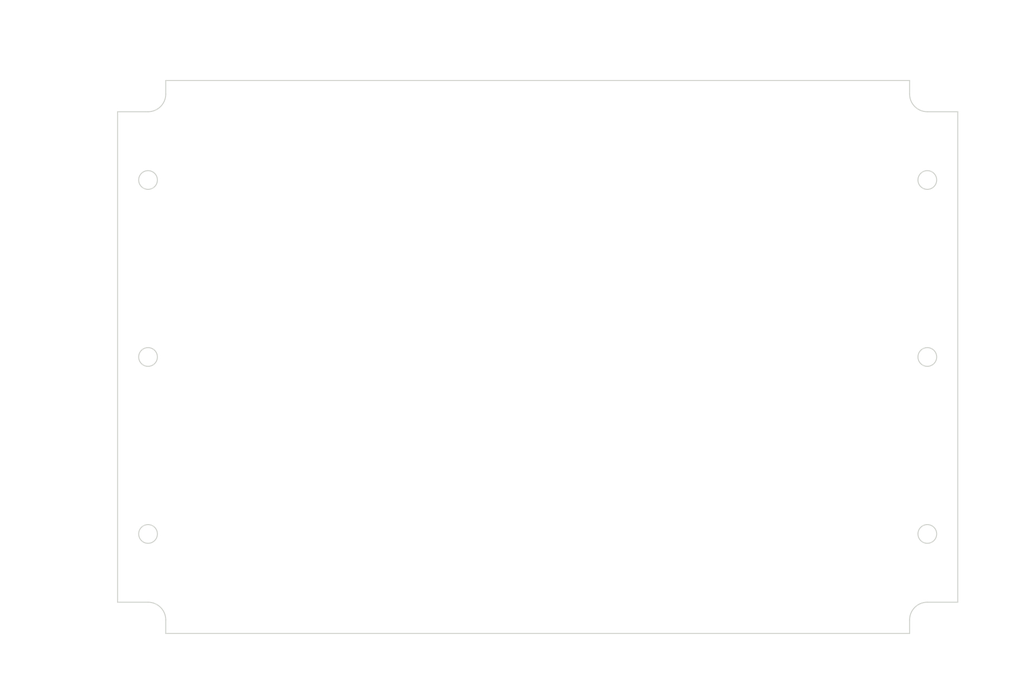
<source format=kicad_pcb>
(kicad_pcb (version 20171130) (host pcbnew "(5.1.0)-1")

  (general
    (thickness 1.6)
    (drawings 67)
    (tracks 0)
    (zones 0)
    (modules 0)
    (nets 1)
  )

  (page A4)
  (layers
    (0 F.Cu signal)
    (31 B.Cu signal)
    (32 B.Adhes user)
    (33 F.Adhes user)
    (34 B.Paste user)
    (35 F.Paste user)
    (36 B.SilkS user)
    (37 F.SilkS user)
    (38 B.Mask user)
    (39 F.Mask user)
    (40 Dwgs.User user)
    (41 Cmts.User user)
    (42 Eco1.User user)
    (43 Eco2.User user)
    (44 Edge.Cuts user)
    (45 Margin user)
    (46 B.CrtYd user)
    (47 F.CrtYd user)
    (48 B.Fab user)
    (49 F.Fab user)
  )

  (setup
    (last_trace_width 0.25)
    (trace_clearance 0.2)
    (zone_clearance 0.508)
    (zone_45_only no)
    (trace_min 0.2)
    (via_size 0.8)
    (via_drill 0.4)
    (via_min_size 0.4)
    (via_min_drill 0.3)
    (uvia_size 0.3)
    (uvia_drill 0.1)
    (uvias_allowed no)
    (uvia_min_size 0.2)
    (uvia_min_drill 0.1)
    (edge_width 0.05)
    (segment_width 0.2)
    (pcb_text_width 0.3)
    (pcb_text_size 1.5 1.5)
    (mod_edge_width 0.12)
    (mod_text_size 1 1)
    (mod_text_width 0.15)
    (pad_size 1.524 1.524)
    (pad_drill 0.762)
    (pad_to_mask_clearance 0.051)
    (solder_mask_min_width 0.25)
    (aux_axis_origin 0 0)
    (visible_elements FFFFFF7F)
    (pcbplotparams
      (layerselection 0x010fc_ffffffff)
      (usegerberextensions false)
      (usegerberattributes false)
      (usegerberadvancedattributes false)
      (creategerberjobfile false)
      (excludeedgelayer true)
      (linewidth 0.152400)
      (plotframeref false)
      (viasonmask false)
      (mode 1)
      (useauxorigin false)
      (hpglpennumber 1)
      (hpglpenspeed 20)
      (hpglpendiameter 15.000000)
      (psnegative false)
      (psa4output false)
      (plotreference true)
      (plotvalue true)
      (plotinvisibletext false)
      (padsonsilk false)
      (subtractmaskfromsilk false)
      (outputformat 1)
      (mirror false)
      (drillshape 1)
      (scaleselection 1)
      (outputdirectory ""))
  )

  (net 0 "")

  (net_class Default "This is the default net class."
    (clearance 0.2)
    (trace_width 0.25)
    (via_dia 0.8)
    (via_drill 0.4)
    (uvia_dia 0.3)
    (uvia_drill 0.1)
  )

  (gr_text " 70.00" (at 232.75389 89.891587) (layer Dwgs.User)
    (effects (font (size 1.7 1.53) (thickness 0.2125)))
  )
  (gr_line (start 71.122634 140.059561) (end 71.122634 43.059561) (layer Edge.Cuts) (width 0.2))
  (gr_circle (center 77.137035 91.559561) (end 78.987035 91.559561) (layer Edge.Cuts) (width 0.2))
  (gr_line (start 80.637035 146.234165) (end 227.637035 146.234165) (layer Edge.Cuts) (width 0.2))
  (gr_line (start 80.637035 146.234165) (end 80.637035 143.559561) (layer Edge.Cuts) (width 0.2))
  (gr_arc (start 77.137035 143.559561) (end 80.637035 143.559561) (angle -90) (layer Edge.Cuts) (width 0.2))
  (gr_line (start 77.137035 140.059561) (end 71.122634 140.059561) (layer Edge.Cuts) (width 0.2))
  (gr_circle (center 77.137035 126.559561) (end 78.987035 126.559561) (layer Edge.Cuts) (width 0.2))
  (gr_line (start 227.637035 36.884957) (end 80.637035 36.884957) (layer Edge.Cuts) (width 0.2))
  (gr_line (start 80.637035 36.884957) (end 80.637035 39.559561) (layer Edge.Cuts) (width 0.2))
  (gr_arc (start 77.137035 39.559561) (end 77.137035 43.059561) (angle -90) (layer Edge.Cuts) (width 0.2))
  (gr_line (start 77.137035 43.059561) (end 71.122634 43.059561) (layer Edge.Cuts) (width 0.2))
  (gr_circle (center 77.137035 56.559561) (end 78.987035 56.559561) (layer Edge.Cuts) (width 0.2))
  (gr_line (start 237.151437 140.059561) (end 237.151437 43.059561) (layer Edge.Cuts) (width 0.2))
  (gr_circle (center 231.137035 91.559561) (end 232.987035 91.559561) (layer Edge.Cuts) (width 0.2))
  (gr_line (start 227.637035 146.234165) (end 227.637035 143.559561) (layer Edge.Cuts) (width 0.2))
  (gr_arc (start 231.137035 143.559561) (end 231.137035 140.059561) (angle -90) (layer Edge.Cuts) (width 0.2))
  (gr_line (start 231.137035 140.059561) (end 237.151437 140.059561) (layer Edge.Cuts) (width 0.2))
  (gr_circle (center 231.137035 126.559561) (end 232.987035 126.559561) (layer Edge.Cuts) (width 0.2))
  (gr_line (start 227.637035 36.884957) (end 227.637035 39.559561) (layer Edge.Cuts) (width 0.2))
  (gr_arc (start 231.137035 39.559561) (end 227.637035 39.559561) (angle -90) (layer Edge.Cuts) (width 0.2))
  (gr_line (start 231.137035 43.059561) (end 237.151437 43.059561) (layer Edge.Cuts) (width 0.2))
  (gr_circle (center 231.137035 56.559561) (end 232.987035 56.559561) (layer Edge.Cuts) (width 0.2))
  (gr_text [R0.14] (at 241.201659 153.472265) (layer Dwgs.User)
    (effects (font (size 1.7 1.53) (thickness 0.2125)))
  )
  (gr_text " R3.50" (at 241.201659 149.91425) (layer Dwgs.User)
    (effects (font (size 1.7 1.53) (thickness 0.2125)))
  )
  (gr_line (start 234.606129 151.582804) (end 230.541729 142.182749) (layer Dwgs.User) (width 0.2))
  (gr_line (start 236.730889 151.582804) (end 234.606129 151.582804) (layer Dwgs.User) (width 0.2))
  (gr_line (start 231.137035 126.649561) (end 231.137035 126.469561) (layer Dwgs.User) (width 0.2))
  (gr_line (start 231.047035 126.559561) (end 231.227035 126.559561) (layer Dwgs.User) (width 0.2))
  (gr_text " ∅3.70\n[∅0.15]" (at 245.467319 131.907006) (layer Dwgs.User)
    (effects (font (size 1.7 1.53) (thickness 0.2125)))
  )
  (gr_line (start 238.93045 131.907006) (end 234.311597 128.737784) (layer Dwgs.User) (width 0.2))
  (gr_line (start 240.93045 131.907006) (end 238.93045 131.907006) (layer Dwgs.User) (width 0.2))
  (gr_text [2.76] (at 232.75389 93.449022) (layer Dwgs.User)
    (effects (font (size 1.7 1.53) (thickness 0.2125)))
  )
  (gr_line (start 232.75389 124.559561) (end 232.75389 95.116996) (layer Dwgs.User) (width 0.2))
  (gr_line (start 232.75389 58.559561) (end 232.75389 88.002126) (layer Dwgs.User) (width 0.2))
  (gr_line (start 232.137035 126.559561) (end 235.92889 126.559561) (layer Dwgs.User) (width 0.2))
  (gr_line (start 232.137035 56.559561) (end 235.92889 56.559561) (layer Dwgs.User) (width 0.2))
  (gr_text [6.06] (at 154.137035 153.218686) (layer Dwgs.User)
    (effects (font (size 1.7 1.53) (thickness 0.2125)))
  )
  (gr_text " 154.00" (at 154.137035 149.661251) (layer Dwgs.User)
    (effects (font (size 1.7 1.53) (thickness 0.2125)))
  )
  (gr_line (start 229.137035 151.329225) (end 158.842049 151.329225) (layer Dwgs.User) (width 0.2))
  (gr_line (start 79.137035 151.329225) (end 149.432021 151.329225) (layer Dwgs.User) (width 0.2))
  (gr_line (start 231.137035 127.559561) (end 231.137035 154.504225) (layer Dwgs.User) (width 0.2))
  (gr_line (start 77.137035 127.559561) (end 77.137035 154.504225) (layer Dwgs.User) (width 0.2))
  (gr_text [4.31] (at 52.637035 93.449022) (layer Dwgs.User)
    (effects (font (size 1.7 1.53) (thickness 0.2125)))
  )
  (gr_text " 109.35" (at 52.637035 89.891007) (layer Dwgs.User)
    (effects (font (size 1.7 1.53) (thickness 0.2125)))
  )
  (gr_line (start 52.637035 144.234165) (end 52.637035 95.117576) (layer Dwgs.User) (width 0.2))
  (gr_line (start 52.637035 38.884957) (end 52.637035 88.001546) (layer Dwgs.User) (width 0.2))
  (gr_line (start 79.637035 146.234165) (end 49.462035 146.234165) (layer Dwgs.User) (width 0.2))
  (gr_line (start 79.637035 36.884957) (end 49.462035 36.884957) (layer Dwgs.User) (width 0.2))
  (gr_text [6.54] (at 154.137035 26.126762) (layer Dwgs.User)
    (effects (font (size 1.7 1.53) (thickness 0.2125)))
  )
  (gr_text " 166.03" (at 154.137035 22.568747) (layer Dwgs.User)
    (effects (font (size 1.7 1.53) (thickness 0.2125)))
  )
  (gr_line (start 235.151437 24.237301) (end 158.844948 24.237301) (layer Dwgs.User) (width 0.2))
  (gr_line (start 73.122634 24.237301) (end 149.429122 24.237301) (layer Dwgs.User) (width 0.2))
  (gr_line (start 237.151437 42.059561) (end 237.151437 21.062301) (layer Dwgs.User) (width 0.2))
  (gr_line (start 71.122634 42.059561) (end 71.122634 21.062301) (layer Dwgs.User) (width 0.2))
  (gr_text [5.79] (at 154.137035 33.939791) (layer Dwgs.User)
    (effects (font (size 1.7 1.53) (thickness 0.2125)))
  )
  (gr_text " 147.00" (at 154.137035 30.382355) (layer Dwgs.User)
    (effects (font (size 1.7 1.53) (thickness 0.2125)))
  )
  (gr_line (start 82.637035 32.050329) (end 149.432021 32.050329) (layer Dwgs.User) (width 0.2))
  (gr_line (start 225.637035 32.050329) (end 158.842049 32.050329) (layer Dwgs.User) (width 0.2))
  (gr_line (start 80.637035 38.559561) (end 80.637035 28.875329) (layer Dwgs.User) (width 0.2))
  (gr_line (start 227.637035 35.884957) (end 227.637035 28.875329) (layer Dwgs.User) (width 0.2))
  (gr_text [3.82] (at 64.129835 93.449022) (layer Dwgs.User)
    (effects (font (size 1.7 1.53) (thickness 0.2125)))
  )
  (gr_text " 97.00" (at 64.129835 89.891587) (layer Dwgs.User)
    (effects (font (size 1.7 1.53) (thickness 0.2125)))
  )
  (gr_line (start 64.129835 45.059561) (end 64.129835 88.002126) (layer Dwgs.User) (width 0.2))
  (gr_line (start 64.129835 138.059561) (end 64.129835 95.116996) (layer Dwgs.User) (width 0.2))
  (gr_line (start 70.122634 43.059561) (end 60.954835 43.059561) (layer Dwgs.User) (width 0.2))
  (gr_line (start 70.122634 140.059561) (end 60.954835 140.059561) (layer Dwgs.User) (width 0.2))

)

</source>
